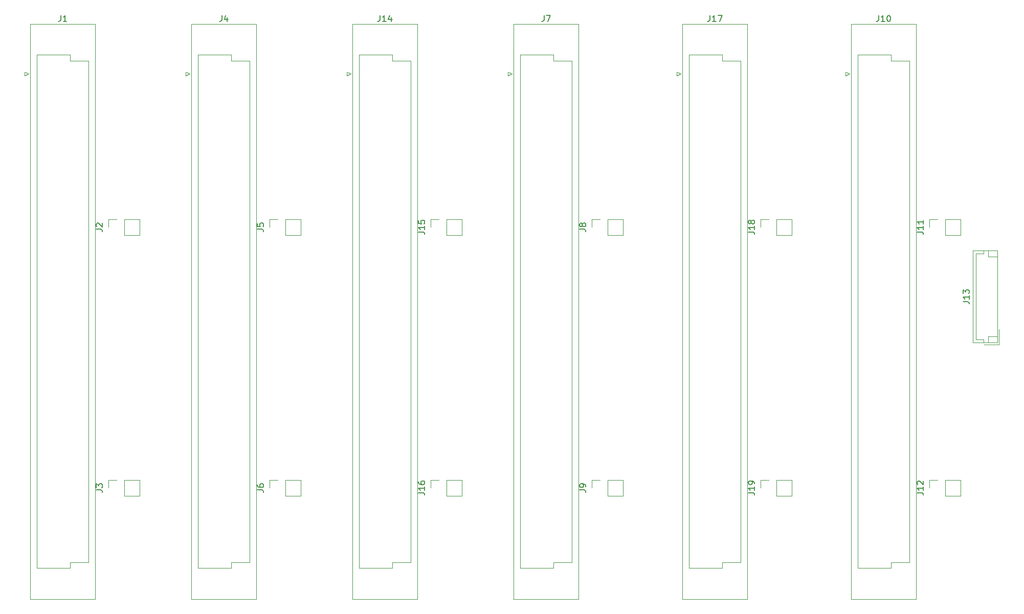
<source format=gbr>
%TF.GenerationSoftware,KiCad,Pcbnew,(5.1.10)-1*%
%TF.CreationDate,2022-01-27T07:08:06+01:00*%
%TF.ProjectId,Backplane,4261636b-706c-4616-9e65-2e6b69636164,rev?*%
%TF.SameCoordinates,Original*%
%TF.FileFunction,Legend,Top*%
%TF.FilePolarity,Positive*%
%FSLAX46Y46*%
G04 Gerber Fmt 4.6, Leading zero omitted, Abs format (unit mm)*
G04 Created by KiCad (PCBNEW (5.1.10)-1) date 2022-01-27 07:08:06*
%MOMM*%
%LPD*%
G01*
G04 APERTURE LIST*
%ADD10C,0.120000*%
%ADD11C,0.150000*%
G04 APERTURE END LIST*
D10*
%TO.C,J13*%
X228670000Y-110860000D02*
X228670000Y-108360000D01*
X226170000Y-110860000D02*
X228670000Y-110860000D01*
X226870000Y-96340000D02*
X228370000Y-96340000D01*
X226870000Y-95340000D02*
X226870000Y-96340000D01*
X226870000Y-109560000D02*
X228370000Y-109560000D01*
X226870000Y-110560000D02*
X226870000Y-109560000D01*
X226060000Y-95840000D02*
X226060000Y-95340000D01*
X224850000Y-95840000D02*
X226060000Y-95840000D01*
X224850000Y-110060000D02*
X224850000Y-95840000D01*
X226060000Y-110060000D02*
X224850000Y-110060000D01*
X226060000Y-110560000D02*
X226060000Y-110060000D01*
X224350000Y-95340000D02*
X224350000Y-110560000D01*
X228370000Y-95340000D02*
X224350000Y-95340000D01*
X228370000Y-110560000D02*
X228370000Y-95340000D01*
X224350000Y-110560000D02*
X228370000Y-110560000D01*
%TO.C,J17*%
X177360000Y-147910000D02*
X177360000Y-62909000D01*
X182860000Y-147910000D02*
X177360000Y-147910000D01*
X182860000Y-146910000D02*
X182860000Y-147910000D01*
X185860000Y-146910000D02*
X182860000Y-146910000D01*
X185860000Y-63909000D02*
X185860000Y-146910000D01*
X182860000Y-63909000D02*
X185860000Y-63909000D01*
X182860000Y-62909000D02*
X182860000Y-63909000D01*
X177360000Y-62909000D02*
X182860000Y-62909000D01*
X175330000Y-66340000D02*
X176010000Y-66040000D01*
X175330000Y-65740000D02*
X175330000Y-66340000D01*
X176010000Y-66040000D02*
X175330000Y-65740000D01*
X176200000Y-153020000D02*
X176200000Y-57800000D01*
X187020000Y-153020000D02*
X176200000Y-153020000D01*
X187020000Y-57800000D02*
X187020000Y-153020000D01*
X176200000Y-57800000D02*
X187020000Y-57800000D01*
%TO.C,J14*%
X122750000Y-147910000D02*
X122750000Y-62909000D01*
X128250000Y-147910000D02*
X122750000Y-147910000D01*
X128250000Y-146910000D02*
X128250000Y-147910000D01*
X131250000Y-146910000D02*
X128250000Y-146910000D01*
X131250000Y-63909000D02*
X131250000Y-146910000D01*
X128250000Y-63909000D02*
X131250000Y-63909000D01*
X128250000Y-62909000D02*
X128250000Y-63909000D01*
X122750000Y-62909000D02*
X128250000Y-62909000D01*
X120720000Y-66340000D02*
X121400000Y-66040000D01*
X120720000Y-65740000D02*
X120720000Y-66340000D01*
X121400000Y-66040000D02*
X120720000Y-65740000D01*
X121590000Y-153020000D02*
X121590000Y-57800000D01*
X132410000Y-153020000D02*
X121590000Y-153020000D01*
X132410000Y-57800000D02*
X132410000Y-153020000D01*
X121590000Y-57800000D02*
X132410000Y-57800000D01*
%TO.C,J10*%
X205300000Y-147910000D02*
X205300000Y-62909000D01*
X210800000Y-147910000D02*
X205300000Y-147910000D01*
X210800000Y-146910000D02*
X210800000Y-147910000D01*
X213800000Y-146910000D02*
X210800000Y-146910000D01*
X213800000Y-63909000D02*
X213800000Y-146910000D01*
X210800000Y-63909000D02*
X213800000Y-63909000D01*
X210800000Y-62909000D02*
X210800000Y-63909000D01*
X205300000Y-62909000D02*
X210800000Y-62909000D01*
X203270000Y-66340000D02*
X203950000Y-66040000D01*
X203270000Y-65740000D02*
X203270000Y-66340000D01*
X203950000Y-66040000D02*
X203270000Y-65740000D01*
X204140000Y-153020000D02*
X204140000Y-57800000D01*
X214960000Y-153020000D02*
X204140000Y-153020000D01*
X214960000Y-57800000D02*
X214960000Y-153020000D01*
X204140000Y-57800000D02*
X214960000Y-57800000D01*
%TO.C,J7*%
X149420000Y-147910000D02*
X149420000Y-62909000D01*
X154920000Y-147910000D02*
X149420000Y-147910000D01*
X154920000Y-146910000D02*
X154920000Y-147910000D01*
X157920000Y-146910000D02*
X154920000Y-146910000D01*
X157920000Y-63909000D02*
X157920000Y-146910000D01*
X154920000Y-63909000D02*
X157920000Y-63909000D01*
X154920000Y-62909000D02*
X154920000Y-63909000D01*
X149420000Y-62909000D02*
X154920000Y-62909000D01*
X147390000Y-66340000D02*
X148070000Y-66040000D01*
X147390000Y-65740000D02*
X147390000Y-66340000D01*
X148070000Y-66040000D02*
X147390000Y-65740000D01*
X148260000Y-153020000D02*
X148260000Y-57800000D01*
X159080000Y-153020000D02*
X148260000Y-153020000D01*
X159080000Y-57800000D02*
X159080000Y-153020000D01*
X148260000Y-57800000D02*
X159080000Y-57800000D01*
%TO.C,J4*%
X96080000Y-147910000D02*
X96080000Y-62909000D01*
X101580000Y-147910000D02*
X96080000Y-147910000D01*
X101580000Y-146910000D02*
X101580000Y-147910000D01*
X104580000Y-146910000D02*
X101580000Y-146910000D01*
X104580000Y-63909000D02*
X104580000Y-146910000D01*
X101580000Y-63909000D02*
X104580000Y-63909000D01*
X101580000Y-62909000D02*
X101580000Y-63909000D01*
X96080000Y-62909000D02*
X101580000Y-62909000D01*
X94050000Y-66340000D02*
X94730000Y-66040000D01*
X94050000Y-65740000D02*
X94050000Y-66340000D01*
X94730000Y-66040000D02*
X94050000Y-65740000D01*
X94920000Y-153020000D02*
X94920000Y-57800000D01*
X105740000Y-153020000D02*
X94920000Y-153020000D01*
X105740000Y-57800000D02*
X105740000Y-153020000D01*
X94920000Y-57800000D02*
X105740000Y-57800000D01*
%TO.C,J1*%
X69410000Y-147910000D02*
X69410000Y-62909000D01*
X74910000Y-147910000D02*
X69410000Y-147910000D01*
X74910000Y-146910000D02*
X74910000Y-147910000D01*
X77910000Y-146910000D02*
X74910000Y-146910000D01*
X77910000Y-63909000D02*
X77910000Y-146910000D01*
X74910000Y-63909000D02*
X77910000Y-63909000D01*
X74910000Y-62909000D02*
X74910000Y-63909000D01*
X69410000Y-62909000D02*
X74910000Y-62909000D01*
X67380000Y-66340000D02*
X68060000Y-66040000D01*
X67380000Y-65740000D02*
X67380000Y-66340000D01*
X68060000Y-66040000D02*
X67380000Y-65740000D01*
X68250000Y-153020000D02*
X68250000Y-57800000D01*
X79070000Y-153020000D02*
X68250000Y-153020000D01*
X79070000Y-57800000D02*
X79070000Y-153020000D01*
X68250000Y-57800000D02*
X79070000Y-57800000D01*
%TO.C,J2*%
X81220000Y-91440000D02*
X81220000Y-90110000D01*
X81220000Y-90110000D02*
X82550000Y-90110000D01*
X83820000Y-90110000D02*
X86420000Y-90110000D01*
X86420000Y-92770000D02*
X86420000Y-90110000D01*
X83820000Y-92770000D02*
X86420000Y-92770000D01*
X83820000Y-92770000D02*
X83820000Y-90110000D01*
%TO.C,J3*%
X81220000Y-134620000D02*
X81220000Y-133290000D01*
X81220000Y-133290000D02*
X82550000Y-133290000D01*
X83820000Y-133290000D02*
X86420000Y-133290000D01*
X86420000Y-135950000D02*
X86420000Y-133290000D01*
X83820000Y-135950000D02*
X86420000Y-135950000D01*
X83820000Y-135950000D02*
X83820000Y-133290000D01*
%TO.C,J5*%
X110490000Y-92770000D02*
X110490000Y-90110000D01*
X110490000Y-92770000D02*
X113090000Y-92770000D01*
X113090000Y-92770000D02*
X113090000Y-90110000D01*
X110490000Y-90110000D02*
X113090000Y-90110000D01*
X107890000Y-90110000D02*
X109220000Y-90110000D01*
X107890000Y-91440000D02*
X107890000Y-90110000D01*
%TO.C,J6*%
X110490000Y-135950000D02*
X110490000Y-133290000D01*
X110490000Y-135950000D02*
X113090000Y-135950000D01*
X113090000Y-135950000D02*
X113090000Y-133290000D01*
X110490000Y-133290000D02*
X113090000Y-133290000D01*
X107890000Y-133290000D02*
X109220000Y-133290000D01*
X107890000Y-134620000D02*
X107890000Y-133290000D01*
%TO.C,J8*%
X163830000Y-92770000D02*
X163830000Y-90110000D01*
X163830000Y-92770000D02*
X166430000Y-92770000D01*
X166430000Y-92770000D02*
X166430000Y-90110000D01*
X163830000Y-90110000D02*
X166430000Y-90110000D01*
X161230000Y-90110000D02*
X162560000Y-90110000D01*
X161230000Y-91440000D02*
X161230000Y-90110000D01*
%TO.C,J9*%
X161230000Y-134620000D02*
X161230000Y-133290000D01*
X161230000Y-133290000D02*
X162560000Y-133290000D01*
X163830000Y-133290000D02*
X166430000Y-133290000D01*
X166430000Y-135950000D02*
X166430000Y-133290000D01*
X163830000Y-135950000D02*
X166430000Y-135950000D01*
X163830000Y-135950000D02*
X163830000Y-133290000D01*
%TO.C,J11*%
X217110000Y-91440000D02*
X217110000Y-90110000D01*
X217110000Y-90110000D02*
X218440000Y-90110000D01*
X219710000Y-90110000D02*
X222310000Y-90110000D01*
X222310000Y-92770000D02*
X222310000Y-90110000D01*
X219710000Y-92770000D02*
X222310000Y-92770000D01*
X219710000Y-92770000D02*
X219710000Y-90110000D01*
%TO.C,J12*%
X219710000Y-135950000D02*
X219710000Y-133290000D01*
X219710000Y-135950000D02*
X222310000Y-135950000D01*
X222310000Y-135950000D02*
X222310000Y-133290000D01*
X219710000Y-133290000D02*
X222310000Y-133290000D01*
X217110000Y-133290000D02*
X218440000Y-133290000D01*
X217110000Y-134620000D02*
X217110000Y-133290000D01*
%TO.C,J15*%
X134560000Y-91440000D02*
X134560000Y-90110000D01*
X134560000Y-90110000D02*
X135890000Y-90110000D01*
X137160000Y-90110000D02*
X139760000Y-90110000D01*
X139760000Y-92770000D02*
X139760000Y-90110000D01*
X137160000Y-92770000D02*
X139760000Y-92770000D01*
X137160000Y-92770000D02*
X137160000Y-90110000D01*
%TO.C,J16*%
X134560000Y-134620000D02*
X134560000Y-133290000D01*
X134560000Y-133290000D02*
X135890000Y-133290000D01*
X137160000Y-133290000D02*
X139760000Y-133290000D01*
X139760000Y-135950000D02*
X139760000Y-133290000D01*
X137160000Y-135950000D02*
X139760000Y-135950000D01*
X137160000Y-135950000D02*
X137160000Y-133290000D01*
%TO.C,J18*%
X191770000Y-92770000D02*
X191770000Y-90110000D01*
X191770000Y-92770000D02*
X194370000Y-92770000D01*
X194370000Y-92770000D02*
X194370000Y-90110000D01*
X191770000Y-90110000D02*
X194370000Y-90110000D01*
X189170000Y-90110000D02*
X190500000Y-90110000D01*
X189170000Y-91440000D02*
X189170000Y-90110000D01*
%TO.C,J19*%
X191770000Y-135950000D02*
X191770000Y-133290000D01*
X191770000Y-135950000D02*
X194370000Y-135950000D01*
X194370000Y-135950000D02*
X194370000Y-133290000D01*
X191770000Y-133290000D02*
X194370000Y-133290000D01*
X189170000Y-133290000D02*
X190500000Y-133290000D01*
X189170000Y-134620000D02*
X189170000Y-133290000D01*
%TO.C,J13*%
D11*
X222712380Y-103759523D02*
X223426666Y-103759523D01*
X223569523Y-103807142D01*
X223664761Y-103902380D01*
X223712380Y-104045238D01*
X223712380Y-104140476D01*
X223712380Y-102759523D02*
X223712380Y-103330952D01*
X223712380Y-103045238D02*
X222712380Y-103045238D01*
X222855238Y-103140476D01*
X222950476Y-103235714D01*
X222998095Y-103330952D01*
X222712380Y-102426190D02*
X222712380Y-101807142D01*
X223093333Y-102140476D01*
X223093333Y-101997619D01*
X223140952Y-101902380D01*
X223188571Y-101854761D01*
X223283809Y-101807142D01*
X223521904Y-101807142D01*
X223617142Y-101854761D01*
X223664761Y-101902380D01*
X223712380Y-101997619D01*
X223712380Y-102283333D01*
X223664761Y-102378571D01*
X223617142Y-102426190D01*
%TO.C,J17*%
X180800476Y-56362380D02*
X180800476Y-57076666D01*
X180752857Y-57219523D01*
X180657619Y-57314761D01*
X180514761Y-57362380D01*
X180419523Y-57362380D01*
X181800476Y-57362380D02*
X181229047Y-57362380D01*
X181514761Y-57362380D02*
X181514761Y-56362380D01*
X181419523Y-56505238D01*
X181324285Y-56600476D01*
X181229047Y-56648095D01*
X182133809Y-56362380D02*
X182800476Y-56362380D01*
X182371904Y-57362380D01*
%TO.C,J14*%
X126190476Y-56362380D02*
X126190476Y-57076666D01*
X126142857Y-57219523D01*
X126047619Y-57314761D01*
X125904761Y-57362380D01*
X125809523Y-57362380D01*
X127190476Y-57362380D02*
X126619047Y-57362380D01*
X126904761Y-57362380D02*
X126904761Y-56362380D01*
X126809523Y-56505238D01*
X126714285Y-56600476D01*
X126619047Y-56648095D01*
X128047619Y-56695714D02*
X128047619Y-57362380D01*
X127809523Y-56314761D02*
X127571428Y-57029047D01*
X128190476Y-57029047D01*
%TO.C,J10*%
X208740476Y-56362380D02*
X208740476Y-57076666D01*
X208692857Y-57219523D01*
X208597619Y-57314761D01*
X208454761Y-57362380D01*
X208359523Y-57362380D01*
X209740476Y-57362380D02*
X209169047Y-57362380D01*
X209454761Y-57362380D02*
X209454761Y-56362380D01*
X209359523Y-56505238D01*
X209264285Y-56600476D01*
X209169047Y-56648095D01*
X210359523Y-56362380D02*
X210454761Y-56362380D01*
X210550000Y-56410000D01*
X210597619Y-56457619D01*
X210645238Y-56552857D01*
X210692857Y-56743333D01*
X210692857Y-56981428D01*
X210645238Y-57171904D01*
X210597619Y-57267142D01*
X210550000Y-57314761D01*
X210454761Y-57362380D01*
X210359523Y-57362380D01*
X210264285Y-57314761D01*
X210216666Y-57267142D01*
X210169047Y-57171904D01*
X210121428Y-56981428D01*
X210121428Y-56743333D01*
X210169047Y-56552857D01*
X210216666Y-56457619D01*
X210264285Y-56410000D01*
X210359523Y-56362380D01*
%TO.C,J7*%
X153336666Y-56362380D02*
X153336666Y-57076666D01*
X153289047Y-57219523D01*
X153193809Y-57314761D01*
X153050952Y-57362380D01*
X152955714Y-57362380D01*
X153717619Y-56362380D02*
X154384285Y-56362380D01*
X153955714Y-57362380D01*
%TO.C,J4*%
X99996666Y-56362380D02*
X99996666Y-57076666D01*
X99949047Y-57219523D01*
X99853809Y-57314761D01*
X99710952Y-57362380D01*
X99615714Y-57362380D01*
X100901428Y-56695714D02*
X100901428Y-57362380D01*
X100663333Y-56314761D02*
X100425238Y-57029047D01*
X101044285Y-57029047D01*
%TO.C,J1*%
X73326666Y-56362380D02*
X73326666Y-57076666D01*
X73279047Y-57219523D01*
X73183809Y-57314761D01*
X73040952Y-57362380D01*
X72945714Y-57362380D01*
X74326666Y-57362380D02*
X73755238Y-57362380D01*
X74040952Y-57362380D02*
X74040952Y-56362380D01*
X73945714Y-56505238D01*
X73850476Y-56600476D01*
X73755238Y-56648095D01*
%TO.C,J2*%
X79232380Y-91773333D02*
X79946666Y-91773333D01*
X80089523Y-91820952D01*
X80184761Y-91916190D01*
X80232380Y-92059047D01*
X80232380Y-92154285D01*
X79327619Y-91344761D02*
X79280000Y-91297142D01*
X79232380Y-91201904D01*
X79232380Y-90963809D01*
X79280000Y-90868571D01*
X79327619Y-90820952D01*
X79422857Y-90773333D01*
X79518095Y-90773333D01*
X79660952Y-90820952D01*
X80232380Y-91392380D01*
X80232380Y-90773333D01*
%TO.C,J3*%
X79232380Y-134953333D02*
X79946666Y-134953333D01*
X80089523Y-135000952D01*
X80184761Y-135096190D01*
X80232380Y-135239047D01*
X80232380Y-135334285D01*
X79232380Y-134572380D02*
X79232380Y-133953333D01*
X79613333Y-134286666D01*
X79613333Y-134143809D01*
X79660952Y-134048571D01*
X79708571Y-134000952D01*
X79803809Y-133953333D01*
X80041904Y-133953333D01*
X80137142Y-134000952D01*
X80184761Y-134048571D01*
X80232380Y-134143809D01*
X80232380Y-134429523D01*
X80184761Y-134524761D01*
X80137142Y-134572380D01*
%TO.C,J5*%
X105902380Y-91773333D02*
X106616666Y-91773333D01*
X106759523Y-91820952D01*
X106854761Y-91916190D01*
X106902380Y-92059047D01*
X106902380Y-92154285D01*
X105902380Y-90820952D02*
X105902380Y-91297142D01*
X106378571Y-91344761D01*
X106330952Y-91297142D01*
X106283333Y-91201904D01*
X106283333Y-90963809D01*
X106330952Y-90868571D01*
X106378571Y-90820952D01*
X106473809Y-90773333D01*
X106711904Y-90773333D01*
X106807142Y-90820952D01*
X106854761Y-90868571D01*
X106902380Y-90963809D01*
X106902380Y-91201904D01*
X106854761Y-91297142D01*
X106807142Y-91344761D01*
%TO.C,J6*%
X105902380Y-134953333D02*
X106616666Y-134953333D01*
X106759523Y-135000952D01*
X106854761Y-135096190D01*
X106902380Y-135239047D01*
X106902380Y-135334285D01*
X105902380Y-134048571D02*
X105902380Y-134239047D01*
X105950000Y-134334285D01*
X105997619Y-134381904D01*
X106140476Y-134477142D01*
X106330952Y-134524761D01*
X106711904Y-134524761D01*
X106807142Y-134477142D01*
X106854761Y-134429523D01*
X106902380Y-134334285D01*
X106902380Y-134143809D01*
X106854761Y-134048571D01*
X106807142Y-134000952D01*
X106711904Y-133953333D01*
X106473809Y-133953333D01*
X106378571Y-134000952D01*
X106330952Y-134048571D01*
X106283333Y-134143809D01*
X106283333Y-134334285D01*
X106330952Y-134429523D01*
X106378571Y-134477142D01*
X106473809Y-134524761D01*
%TO.C,J8*%
X159242380Y-91773333D02*
X159956666Y-91773333D01*
X160099523Y-91820952D01*
X160194761Y-91916190D01*
X160242380Y-92059047D01*
X160242380Y-92154285D01*
X159670952Y-91154285D02*
X159623333Y-91249523D01*
X159575714Y-91297142D01*
X159480476Y-91344761D01*
X159432857Y-91344761D01*
X159337619Y-91297142D01*
X159290000Y-91249523D01*
X159242380Y-91154285D01*
X159242380Y-90963809D01*
X159290000Y-90868571D01*
X159337619Y-90820952D01*
X159432857Y-90773333D01*
X159480476Y-90773333D01*
X159575714Y-90820952D01*
X159623333Y-90868571D01*
X159670952Y-90963809D01*
X159670952Y-91154285D01*
X159718571Y-91249523D01*
X159766190Y-91297142D01*
X159861428Y-91344761D01*
X160051904Y-91344761D01*
X160147142Y-91297142D01*
X160194761Y-91249523D01*
X160242380Y-91154285D01*
X160242380Y-90963809D01*
X160194761Y-90868571D01*
X160147142Y-90820952D01*
X160051904Y-90773333D01*
X159861428Y-90773333D01*
X159766190Y-90820952D01*
X159718571Y-90868571D01*
X159670952Y-90963809D01*
%TO.C,J9*%
X159242380Y-134953333D02*
X159956666Y-134953333D01*
X160099523Y-135000952D01*
X160194761Y-135096190D01*
X160242380Y-135239047D01*
X160242380Y-135334285D01*
X160242380Y-134429523D02*
X160242380Y-134239047D01*
X160194761Y-134143809D01*
X160147142Y-134096190D01*
X160004285Y-134000952D01*
X159813809Y-133953333D01*
X159432857Y-133953333D01*
X159337619Y-134000952D01*
X159290000Y-134048571D01*
X159242380Y-134143809D01*
X159242380Y-134334285D01*
X159290000Y-134429523D01*
X159337619Y-134477142D01*
X159432857Y-134524761D01*
X159670952Y-134524761D01*
X159766190Y-134477142D01*
X159813809Y-134429523D01*
X159861428Y-134334285D01*
X159861428Y-134143809D01*
X159813809Y-134048571D01*
X159766190Y-134000952D01*
X159670952Y-133953333D01*
%TO.C,J11*%
X215122380Y-92249523D02*
X215836666Y-92249523D01*
X215979523Y-92297142D01*
X216074761Y-92392380D01*
X216122380Y-92535238D01*
X216122380Y-92630476D01*
X216122380Y-91249523D02*
X216122380Y-91820952D01*
X216122380Y-91535238D02*
X215122380Y-91535238D01*
X215265238Y-91630476D01*
X215360476Y-91725714D01*
X215408095Y-91820952D01*
X216122380Y-90297142D02*
X216122380Y-90868571D01*
X216122380Y-90582857D02*
X215122380Y-90582857D01*
X215265238Y-90678095D01*
X215360476Y-90773333D01*
X215408095Y-90868571D01*
%TO.C,J12*%
X215122380Y-135429523D02*
X215836666Y-135429523D01*
X215979523Y-135477142D01*
X216074761Y-135572380D01*
X216122380Y-135715238D01*
X216122380Y-135810476D01*
X216122380Y-134429523D02*
X216122380Y-135000952D01*
X216122380Y-134715238D02*
X215122380Y-134715238D01*
X215265238Y-134810476D01*
X215360476Y-134905714D01*
X215408095Y-135000952D01*
X215217619Y-134048571D02*
X215170000Y-134000952D01*
X215122380Y-133905714D01*
X215122380Y-133667619D01*
X215170000Y-133572380D01*
X215217619Y-133524761D01*
X215312857Y-133477142D01*
X215408095Y-133477142D01*
X215550952Y-133524761D01*
X216122380Y-134096190D01*
X216122380Y-133477142D01*
%TO.C,J15*%
X132572380Y-92249523D02*
X133286666Y-92249523D01*
X133429523Y-92297142D01*
X133524761Y-92392380D01*
X133572380Y-92535238D01*
X133572380Y-92630476D01*
X133572380Y-91249523D02*
X133572380Y-91820952D01*
X133572380Y-91535238D02*
X132572380Y-91535238D01*
X132715238Y-91630476D01*
X132810476Y-91725714D01*
X132858095Y-91820952D01*
X132572380Y-90344761D02*
X132572380Y-90820952D01*
X133048571Y-90868571D01*
X133000952Y-90820952D01*
X132953333Y-90725714D01*
X132953333Y-90487619D01*
X133000952Y-90392380D01*
X133048571Y-90344761D01*
X133143809Y-90297142D01*
X133381904Y-90297142D01*
X133477142Y-90344761D01*
X133524761Y-90392380D01*
X133572380Y-90487619D01*
X133572380Y-90725714D01*
X133524761Y-90820952D01*
X133477142Y-90868571D01*
%TO.C,J16*%
X132572380Y-135429523D02*
X133286666Y-135429523D01*
X133429523Y-135477142D01*
X133524761Y-135572380D01*
X133572380Y-135715238D01*
X133572380Y-135810476D01*
X133572380Y-134429523D02*
X133572380Y-135000952D01*
X133572380Y-134715238D02*
X132572380Y-134715238D01*
X132715238Y-134810476D01*
X132810476Y-134905714D01*
X132858095Y-135000952D01*
X132572380Y-133572380D02*
X132572380Y-133762857D01*
X132620000Y-133858095D01*
X132667619Y-133905714D01*
X132810476Y-134000952D01*
X133000952Y-134048571D01*
X133381904Y-134048571D01*
X133477142Y-134000952D01*
X133524761Y-133953333D01*
X133572380Y-133858095D01*
X133572380Y-133667619D01*
X133524761Y-133572380D01*
X133477142Y-133524761D01*
X133381904Y-133477142D01*
X133143809Y-133477142D01*
X133048571Y-133524761D01*
X133000952Y-133572380D01*
X132953333Y-133667619D01*
X132953333Y-133858095D01*
X133000952Y-133953333D01*
X133048571Y-134000952D01*
X133143809Y-134048571D01*
%TO.C,J18*%
X187182380Y-92249523D02*
X187896666Y-92249523D01*
X188039523Y-92297142D01*
X188134761Y-92392380D01*
X188182380Y-92535238D01*
X188182380Y-92630476D01*
X188182380Y-91249523D02*
X188182380Y-91820952D01*
X188182380Y-91535238D02*
X187182380Y-91535238D01*
X187325238Y-91630476D01*
X187420476Y-91725714D01*
X187468095Y-91820952D01*
X187610952Y-90678095D02*
X187563333Y-90773333D01*
X187515714Y-90820952D01*
X187420476Y-90868571D01*
X187372857Y-90868571D01*
X187277619Y-90820952D01*
X187230000Y-90773333D01*
X187182380Y-90678095D01*
X187182380Y-90487619D01*
X187230000Y-90392380D01*
X187277619Y-90344761D01*
X187372857Y-90297142D01*
X187420476Y-90297142D01*
X187515714Y-90344761D01*
X187563333Y-90392380D01*
X187610952Y-90487619D01*
X187610952Y-90678095D01*
X187658571Y-90773333D01*
X187706190Y-90820952D01*
X187801428Y-90868571D01*
X187991904Y-90868571D01*
X188087142Y-90820952D01*
X188134761Y-90773333D01*
X188182380Y-90678095D01*
X188182380Y-90487619D01*
X188134761Y-90392380D01*
X188087142Y-90344761D01*
X187991904Y-90297142D01*
X187801428Y-90297142D01*
X187706190Y-90344761D01*
X187658571Y-90392380D01*
X187610952Y-90487619D01*
%TO.C,J19*%
X187182380Y-135429523D02*
X187896666Y-135429523D01*
X188039523Y-135477142D01*
X188134761Y-135572380D01*
X188182380Y-135715238D01*
X188182380Y-135810476D01*
X188182380Y-134429523D02*
X188182380Y-135000952D01*
X188182380Y-134715238D02*
X187182380Y-134715238D01*
X187325238Y-134810476D01*
X187420476Y-134905714D01*
X187468095Y-135000952D01*
X188182380Y-133953333D02*
X188182380Y-133762857D01*
X188134761Y-133667619D01*
X188087142Y-133620000D01*
X187944285Y-133524761D01*
X187753809Y-133477142D01*
X187372857Y-133477142D01*
X187277619Y-133524761D01*
X187230000Y-133572380D01*
X187182380Y-133667619D01*
X187182380Y-133858095D01*
X187230000Y-133953333D01*
X187277619Y-134000952D01*
X187372857Y-134048571D01*
X187610952Y-134048571D01*
X187706190Y-134000952D01*
X187753809Y-133953333D01*
X187801428Y-133858095D01*
X187801428Y-133667619D01*
X187753809Y-133572380D01*
X187706190Y-133524761D01*
X187610952Y-133477142D01*
%TD*%
M02*

</source>
